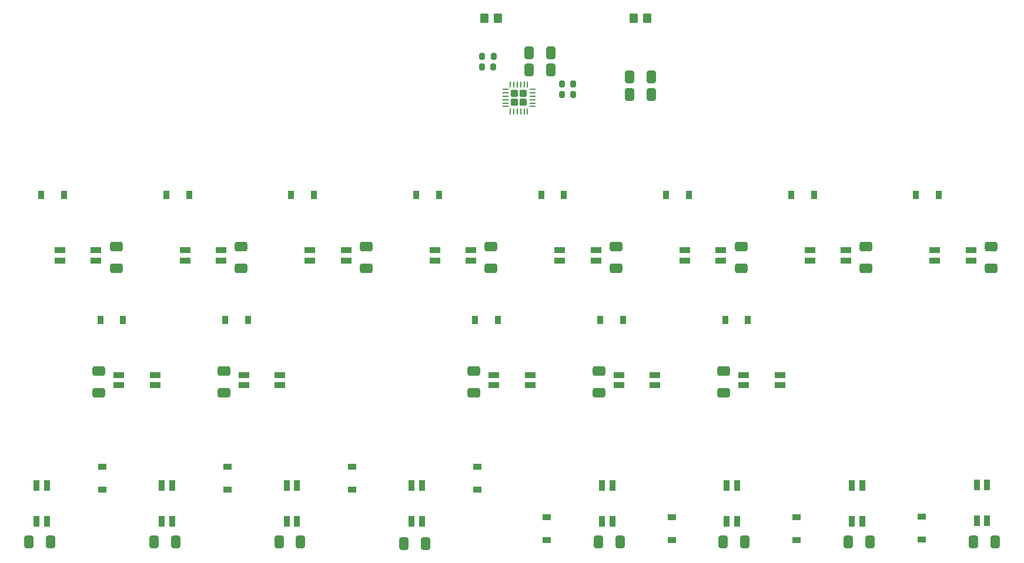
<source format=gbr>
%TF.GenerationSoftware,KiCad,Pcbnew,6.0.9-8da3e8f707~117~ubuntu22.04.1*%
%TF.CreationDate,2022-12-01T14:43:22-05:00*%
%TF.ProjectId,keyboard_matrix,6b657962-6f61-4726-945f-6d6174726978,rev?*%
%TF.SameCoordinates,Original*%
%TF.FileFunction,Paste,Bot*%
%TF.FilePolarity,Positive*%
%FSLAX46Y46*%
G04 Gerber Fmt 4.6, Leading zero omitted, Abs format (unit mm)*
G04 Created by KiCad (PCBNEW 6.0.9-8da3e8f707~117~ubuntu22.04.1) date 2022-12-01 14:43:22*
%MOMM*%
%LPD*%
G01*
G04 APERTURE LIST*
G04 Aperture macros list*
%AMRoundRect*
0 Rectangle with rounded corners*
0 $1 Rounding radius*
0 $2 $3 $4 $5 $6 $7 $8 $9 X,Y pos of 4 corners*
0 Add a 4 corners polygon primitive as box body*
4,1,4,$2,$3,$4,$5,$6,$7,$8,$9,$2,$3,0*
0 Add four circle primitives for the rounded corners*
1,1,$1+$1,$2,$3*
1,1,$1+$1,$4,$5*
1,1,$1+$1,$6,$7*
1,1,$1+$1,$8,$9*
0 Add four rect primitives between the rounded corners*
20,1,$1+$1,$2,$3,$4,$5,0*
20,1,$1+$1,$4,$5,$6,$7,0*
20,1,$1+$1,$6,$7,$8,$9,0*
20,1,$1+$1,$8,$9,$2,$3,0*%
G04 Aperture macros list end*
%ADD10R,0.900000X1.200000*%
%ADD11R,1.600000X0.820000*%
%ADD12R,1.200000X0.900000*%
%ADD13R,0.820000X1.600000*%
%ADD14RoundRect,0.250000X0.650000X-0.412500X0.650000X0.412500X-0.650000X0.412500X-0.650000X-0.412500X0*%
%ADD15RoundRect,0.250000X-0.650000X0.412500X-0.650000X-0.412500X0.650000X-0.412500X0.650000X0.412500X0*%
%ADD16RoundRect,0.250000X-0.412500X-0.650000X0.412500X-0.650000X0.412500X0.650000X-0.412500X0.650000X0*%
%ADD17RoundRect,0.250000X0.412500X0.650000X-0.412500X0.650000X-0.412500X-0.650000X0.412500X-0.650000X0*%
%ADD18RoundRect,0.200000X0.200000X0.275000X-0.200000X0.275000X-0.200000X-0.275000X0.200000X-0.275000X0*%
%ADD19RoundRect,0.250000X-0.350000X-0.450000X0.350000X-0.450000X0.350000X0.450000X-0.350000X0.450000X0*%
%ADD20RoundRect,0.250000X0.275000X0.275000X-0.275000X0.275000X-0.275000X-0.275000X0.275000X-0.275000X0*%
%ADD21RoundRect,0.062500X0.350000X0.062500X-0.350000X0.062500X-0.350000X-0.062500X0.350000X-0.062500X0*%
%ADD22RoundRect,0.062500X0.062500X0.350000X-0.062500X0.350000X-0.062500X-0.350000X0.062500X-0.350000X0*%
%ADD23RoundRect,0.200000X-0.200000X-0.275000X0.200000X-0.275000X0.200000X0.275000X-0.200000X0.275000X0*%
G04 APERTURE END LIST*
D10*
%TO.C,SW202*%
X97500000Y-93000000D03*
D11*
X102100000Y-102450000D03*
X102100000Y-100950000D03*
X96900000Y-100950000D03*
X96900000Y-102450000D03*
D10*
X94200000Y-93000000D03*
%TD*%
%TO.C,SW208*%
X205500000Y-93000000D03*
D11*
X210100000Y-102450000D03*
X210100000Y-100950000D03*
X204900000Y-100950000D03*
X204900000Y-102450000D03*
D10*
X202200000Y-93000000D03*
%TD*%
%TO.C,SW201*%
X79500000Y-93000000D03*
D11*
X84100000Y-102450000D03*
X84100000Y-100950000D03*
X78900000Y-100950000D03*
X78900000Y-102450000D03*
D10*
X76200000Y-93000000D03*
%TD*%
D12*
%TO.C,SW301*%
X85000000Y-135500000D03*
D13*
X75550000Y-140100000D03*
X77050000Y-140100000D03*
X77050000Y-134900000D03*
X75550000Y-134900000D03*
D12*
X85000000Y-132200000D03*
%TD*%
D10*
%TO.C,SW307*%
X142000000Y-111000000D03*
D11*
X141400000Y-118950000D03*
X141400000Y-120450000D03*
X146600000Y-120450000D03*
X146600000Y-118950000D03*
D10*
X138700000Y-111000000D03*
%TD*%
D12*
%TO.C,SW308*%
X149000000Y-139500000D03*
D13*
X156950000Y-140100000D03*
X158450000Y-140100000D03*
X158450000Y-134900000D03*
X156950000Y-134900000D03*
D12*
X149000000Y-142800000D03*
%TD*%
%TO.C,SW303*%
X103000000Y-135500000D03*
D13*
X93550000Y-140100000D03*
X95050000Y-140100000D03*
X95050000Y-134900000D03*
X93550000Y-134900000D03*
D12*
X103000000Y-132200000D03*
%TD*%
%TO.C,SW312*%
X185000000Y-139500000D03*
D13*
X192950000Y-140100000D03*
X194450000Y-140100000D03*
X194450000Y-134900000D03*
X192950000Y-134900000D03*
D12*
X185000000Y-142800000D03*
%TD*%
D10*
%TO.C,SW304*%
X106000000Y-111000000D03*
D11*
X105400000Y-118950000D03*
X105400000Y-120450000D03*
X110600000Y-120450000D03*
X110600000Y-118950000D03*
D10*
X102700000Y-111000000D03*
%TD*%
%TO.C,SW309*%
X160000000Y-111000000D03*
D11*
X159400000Y-118950000D03*
X159400000Y-120450000D03*
X164600000Y-120450000D03*
X164600000Y-118950000D03*
D10*
X156700000Y-111000000D03*
%TD*%
%TO.C,SW302*%
X88000000Y-111000000D03*
D11*
X87400000Y-118950000D03*
X87400000Y-120450000D03*
X92600000Y-120450000D03*
X92600000Y-118950000D03*
D10*
X84700000Y-111000000D03*
%TD*%
%TO.C,SW203*%
X115500000Y-93000000D03*
D11*
X120100000Y-102450000D03*
X120100000Y-100950000D03*
X114900000Y-100950000D03*
X114900000Y-102450000D03*
D10*
X112200000Y-93000000D03*
%TD*%
D12*
%TO.C,SW310*%
X167000000Y-139500000D03*
D13*
X174950000Y-140100000D03*
X176450000Y-140100000D03*
X176450000Y-134900000D03*
X174950000Y-134900000D03*
D12*
X167000000Y-142800000D03*
%TD*%
%TO.C,SW306*%
X139000000Y-135500000D03*
D13*
X129550000Y-140100000D03*
X131050000Y-140100000D03*
X131050000Y-134900000D03*
X129550000Y-134900000D03*
D12*
X139000000Y-132200000D03*
%TD*%
%TO.C,SW313*%
X203000000Y-139385000D03*
D13*
X210950000Y-139985000D03*
X212450000Y-139985000D03*
X212450000Y-134785000D03*
X210950000Y-134785000D03*
D12*
X203000000Y-142685000D03*
%TD*%
D10*
%TO.C,SW205*%
X151500000Y-93000000D03*
D11*
X156100000Y-102450000D03*
X156100000Y-100950000D03*
X150900000Y-100950000D03*
X150900000Y-102450000D03*
D10*
X148200000Y-93000000D03*
%TD*%
%TO.C,SW311*%
X178000000Y-111000000D03*
D11*
X177400000Y-118950000D03*
X177400000Y-120450000D03*
X182600000Y-120450000D03*
X182600000Y-118950000D03*
D10*
X174700000Y-111000000D03*
%TD*%
%TO.C,SW204*%
X133500000Y-93000000D03*
D11*
X138100000Y-102450000D03*
X138100000Y-100950000D03*
X132900000Y-100950000D03*
X132900000Y-102450000D03*
D10*
X130200000Y-93000000D03*
%TD*%
%TO.C,SW206*%
X169500000Y-93000000D03*
D11*
X174100000Y-102450000D03*
X174100000Y-100950000D03*
X168900000Y-100950000D03*
X168900000Y-102450000D03*
D10*
X166200000Y-93000000D03*
%TD*%
D12*
%TO.C,SW305*%
X121000000Y-135500000D03*
D13*
X111550000Y-140100000D03*
X113050000Y-140100000D03*
X113050000Y-134900000D03*
X111550000Y-134900000D03*
D12*
X121000000Y-132200000D03*
%TD*%
D10*
%TO.C,SW207*%
X187500000Y-93000000D03*
D11*
X192100000Y-102450000D03*
X192100000Y-100950000D03*
X186900000Y-100950000D03*
X186900000Y-102450000D03*
D10*
X184200000Y-93000000D03*
%TD*%
D14*
%TO.C,C202*%
X105000000Y-103562500D03*
X105000000Y-100437500D03*
%TD*%
D15*
%TO.C,C311*%
X174500000Y-118437500D03*
X174500000Y-121562500D03*
%TD*%
%TO.C,C309*%
X156500000Y-118437500D03*
X156500000Y-121562500D03*
%TD*%
D16*
%TO.C,C306*%
X128437500Y-143250000D03*
X131562500Y-143250000D03*
%TD*%
D14*
%TO.C,C201*%
X87000000Y-103562500D03*
X87000000Y-100437500D03*
%TD*%
D17*
%TO.C,C4*%
X164062500Y-78500000D03*
X160937500Y-78500000D03*
%TD*%
D16*
%TO.C,C310*%
X174437500Y-143000000D03*
X177562500Y-143000000D03*
%TD*%
D18*
%TO.C,R2*%
X141325000Y-74500000D03*
X139675000Y-74500000D03*
%TD*%
D17*
%TO.C,C2*%
X149562500Y-75000000D03*
X146437500Y-75000000D03*
%TD*%
D15*
%TO.C,C307*%
X138500000Y-118437500D03*
X138500000Y-121562500D03*
%TD*%
D19*
%TO.C,FB1*%
X140000000Y-67500000D03*
X142000000Y-67500000D03*
%TD*%
D14*
%TO.C,C203*%
X123000000Y-103562500D03*
X123000000Y-100437500D03*
%TD*%
%TO.C,C204*%
X141000000Y-103562500D03*
X141000000Y-100437500D03*
%TD*%
D16*
%TO.C,C305*%
X110437500Y-143000000D03*
X113562500Y-143000000D03*
%TD*%
D14*
%TO.C,C205*%
X159000000Y-103562500D03*
X159000000Y-100437500D03*
%TD*%
D17*
%TO.C,C1*%
X149562500Y-72500000D03*
X146437500Y-72500000D03*
%TD*%
D16*
%TO.C,C308*%
X156437500Y-143000000D03*
X159562500Y-143000000D03*
%TD*%
D15*
%TO.C,C304*%
X102500000Y-118437500D03*
X102500000Y-121562500D03*
%TD*%
D20*
%TO.C,U1*%
X145650000Y-78350000D03*
X145650000Y-79650000D03*
X144350000Y-78350000D03*
X144350000Y-79650000D03*
D21*
X146937500Y-77750000D03*
X146937500Y-78250000D03*
X146937500Y-78750000D03*
X146937500Y-79250000D03*
X146937500Y-79750000D03*
X146937500Y-80250000D03*
D22*
X146250000Y-80937500D03*
X145750000Y-80937500D03*
X145250000Y-80937500D03*
X144750000Y-80937500D03*
X144250000Y-80937500D03*
X143750000Y-80937500D03*
D21*
X143062500Y-80250000D03*
X143062500Y-79750000D03*
X143062500Y-79250000D03*
X143062500Y-78750000D03*
X143062500Y-78250000D03*
X143062500Y-77750000D03*
D22*
X143750000Y-77062500D03*
X144250000Y-77062500D03*
X144750000Y-77062500D03*
X145250000Y-77062500D03*
X145750000Y-77062500D03*
X146250000Y-77062500D03*
%TD*%
D18*
%TO.C,R3*%
X152825000Y-77000000D03*
X151175000Y-77000000D03*
%TD*%
D15*
%TO.C,C302*%
X84500000Y-118437500D03*
X84500000Y-121562500D03*
%TD*%
D18*
%TO.C,R1*%
X141345000Y-73000000D03*
X139695000Y-73000000D03*
%TD*%
D16*
%TO.C,C303*%
X92437500Y-143000000D03*
X95562500Y-143000000D03*
%TD*%
D17*
%TO.C,C3*%
X164062500Y-76000000D03*
X160937500Y-76000000D03*
%TD*%
D14*
%TO.C,C206*%
X177000000Y-103562500D03*
X177000000Y-100437500D03*
%TD*%
D23*
%TO.C,R4*%
X151175000Y-78500000D03*
X152825000Y-78500000D03*
%TD*%
D16*
%TO.C,C312*%
X192437500Y-143000000D03*
X195562500Y-143000000D03*
%TD*%
D14*
%TO.C,C208*%
X213000000Y-103562500D03*
X213000000Y-100437500D03*
%TD*%
D16*
%TO.C,C301*%
X74437500Y-143000000D03*
X77562500Y-143000000D03*
%TD*%
D19*
%TO.C,FB2*%
X161500000Y-67500000D03*
X163500000Y-67500000D03*
%TD*%
D14*
%TO.C,C207*%
X195000000Y-103562500D03*
X195000000Y-100437500D03*
%TD*%
D16*
%TO.C,C313*%
X210437500Y-143000000D03*
X213562500Y-143000000D03*
%TD*%
M02*

</source>
